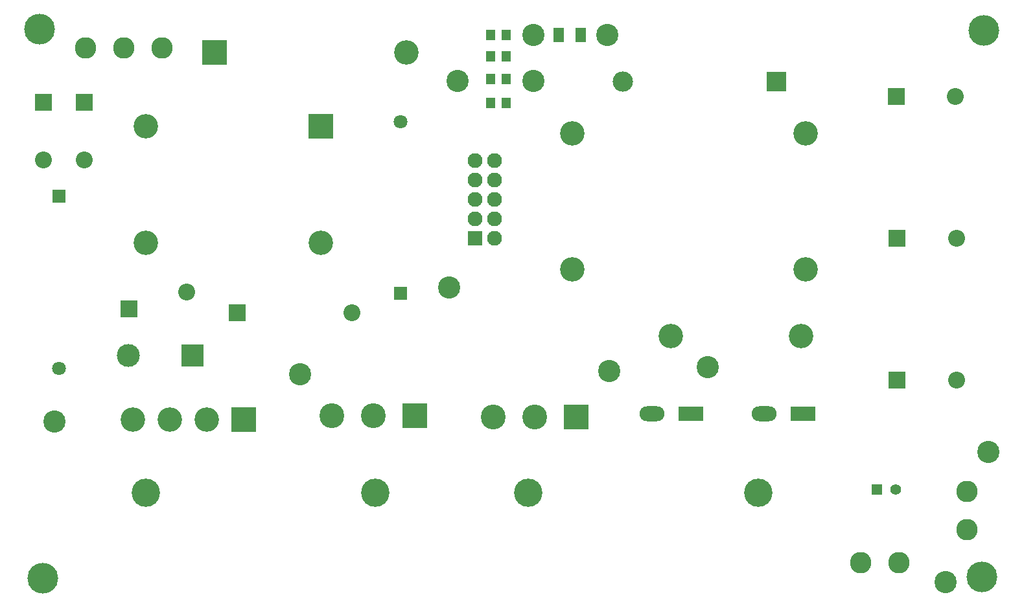
<source format=gts>
G04 Layer_Color=8388736*
%FSLAX25Y25*%
%MOIN*%
G70*
G01*
G75*
%ADD64R,0.04800X0.05800*%
%ADD65R,0.05328X0.07690*%
%ADD66R,0.08674X0.08674*%
%ADD67C,0.08674*%
%ADD68C,0.11430*%
%ADD69C,0.10446*%
%ADD70R,0.10446X0.10446*%
%ADD71C,0.07690*%
%ADD72R,0.07690X0.07690*%
%ADD73C,0.15800*%
%ADD74C,0.12611*%
%ADD75R,0.08674X0.08674*%
%ADD76C,0.11036*%
%ADD77C,0.05524*%
%ADD78R,0.05524X0.05524*%
%ADD79R,0.12611X0.12611*%
%ADD80O,0.12800X0.07769*%
%ADD81R,0.12800X0.07769*%
%ADD82C,0.12768*%
%ADD83R,0.12768X0.12768*%
%ADD84C,0.07099*%
%ADD85R,0.07099X0.07099*%
%ADD86C,0.11824*%
%ADD87R,0.11824X0.11824*%
%ADD88C,0.14579*%
D64*
X375000Y364500D02*
D03*
X367000D02*
D03*
Y377000D02*
D03*
X375000D02*
D03*
X367000Y388500D02*
D03*
X375000D02*
D03*
Y399500D02*
D03*
X367000D02*
D03*
D65*
X413110D02*
D03*
X401890D02*
D03*
D66*
X576000Y222000D02*
D03*
Y295000D02*
D03*
X575500Y368000D02*
D03*
X181000Y258500D02*
D03*
X236500Y256500D02*
D03*
D67*
X606512Y222000D02*
D03*
Y295000D02*
D03*
X606012Y368000D02*
D03*
X137000Y335472D02*
D03*
X210528Y267161D02*
D03*
X158000Y335472D02*
D03*
X295555Y256500D02*
D03*
D68*
X142500Y200500D02*
D03*
X427000Y399500D02*
D03*
X350000Y376000D02*
D03*
X345500Y269500D02*
D03*
X389000Y376000D02*
D03*
Y399500D02*
D03*
X478500Y228500D02*
D03*
X623000Y185000D02*
D03*
X601000Y118000D02*
D03*
X269000Y225000D02*
D03*
X428000Y226500D02*
D03*
D69*
X435000Y375500D02*
D03*
D70*
X513740D02*
D03*
D71*
X359000Y335000D02*
D03*
Y325000D02*
D03*
Y315000D02*
D03*
Y305000D02*
D03*
X369000Y335000D02*
D03*
Y325000D02*
D03*
Y315000D02*
D03*
Y305000D02*
D03*
Y295000D02*
D03*
D72*
X359000D02*
D03*
D73*
X135000Y402500D02*
D03*
X136500Y120000D02*
D03*
X619500Y120500D02*
D03*
X620500Y402000D02*
D03*
D74*
X409000Y279000D02*
D03*
X529000D02*
D03*
Y349079D02*
D03*
X409000D02*
D03*
X189500Y352500D02*
D03*
Y292500D02*
D03*
X279500D02*
D03*
X182953Y201500D02*
D03*
X220984D02*
D03*
X201969D02*
D03*
X459571Y244500D02*
D03*
X526500D02*
D03*
X323425Y390500D02*
D03*
D75*
X137000Y365000D02*
D03*
X158000D02*
D03*
D76*
X612000Y164500D02*
D03*
Y144815D02*
D03*
X577000Y128000D02*
D03*
X557315D02*
D03*
X158500Y393000D02*
D03*
X178185D02*
D03*
X197870D02*
D03*
D77*
X575343Y165500D02*
D03*
D78*
X565500D02*
D03*
D79*
X279500Y352500D02*
D03*
X240000Y201500D02*
D03*
X225000Y390500D02*
D03*
D80*
X507500Y204500D02*
D03*
X450000D02*
D03*
D81*
X527500D02*
D03*
X470000D02*
D03*
D82*
X368244Y203000D02*
D03*
X389622D02*
D03*
X285244Y203500D02*
D03*
X306622D02*
D03*
D83*
X411000Y203000D02*
D03*
X328000Y203500D02*
D03*
D84*
X145000Y227917D02*
D03*
X320500Y355083D02*
D03*
D85*
X145000Y316500D02*
D03*
X320500Y266500D02*
D03*
D86*
X180705Y234500D02*
D03*
D87*
X213500D02*
D03*
D88*
X307630Y164000D02*
D03*
X189520D02*
D03*
X386370D02*
D03*
X504480D02*
D03*
M02*

</source>
